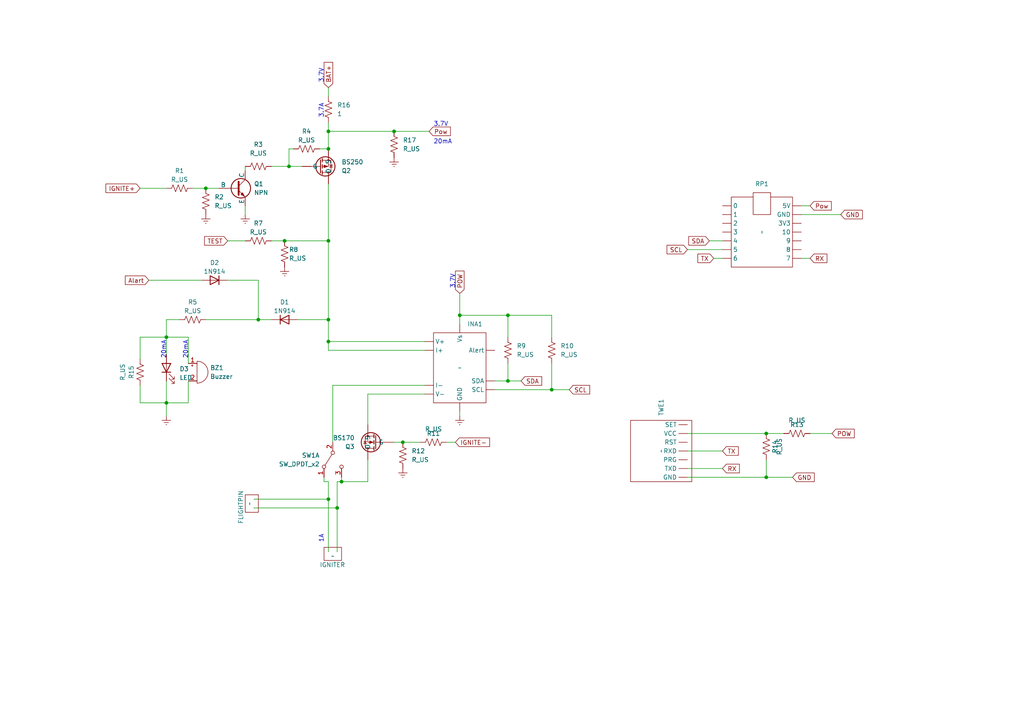
<source format=kicad_sch>
(kicad_sch (version 20230121) (generator eeschema)
  (paper "A4")
  (lib_symbols
    (symbol "Currentmeter-Voltmeter:INA226_module"
      (property "Reference" "INA226" (at 0 0 0))
      (symbol "INA226_module_0_1"
        (rectangle (start -7.62 10.16) (end 7.62 -10.16))
      )
      (symbol "INA226_module_1_1"
        (pin input line (at 10.16 5.08 180) (length 2.54) (name "Alert") (number ""))
        (pin input line (at 0 -12.7 90) (length 2.54) (name "GND") (number ""))
        (pin input line (at -10.16 5.08 0) (length 2.54) (name "I+") (number ""))
        (pin input line (at -10.16 -5.08 0) (length 2.54) (name "I-") (number ""))
        (pin input line (at 10.16 -6.35 180) (length 2.54) (name "SCL") (number ""))
        (pin input line (at 10.16 -3.81 180) (length 2.54) (name "SDA") (number ""))
        (pin input line (at -10.16 7.62 0) (length 2.54) (name "V+") (number ""))
        (pin input line (at -10.16 -7.62 0) (length 2.54) (name "V-") (number ""))
        (pin input line (at 0 12.7 270) (length 2.54) (name "Vs") (number ""))
      )
    )
    (symbol "Device:Buzzer" (pin_names (offset 0.0254) hide)
      (property "Reference" "BZ" (at 3.81 1.27 0))
      (property "Value" "Buzzer" (at 3.81 -1.27 0))
      (symbol "Buzzer_0_1"
        (arc (start 0 -3.175) (mid 3.1612 0) (end 0 3.175))
        (polyline (pts (xy -1.651 1.905) (xy -1.143 1.905)))
        (polyline (pts (xy -1.397 2.159) (xy -1.397 1.651)))
        (polyline (pts (xy 0 3.175) (xy 0 -3.175)))
      )
      (symbol "Buzzer_1_1"
        (pin passive line (at -2.54 2.54 0) (length 2.54) (name "-") (number "1"))
        (pin passive line (at -2.54 -2.54 0) (length 2.54) (name "+") (number "2"))
      )
    )
    (symbol "Device:LED" (pin_numbers hide) (pin_names (offset 1.016) hide)
      (property "Reference" "D" (at 0 2.54 0))
      (property "Value" "LED" (at 0 -2.54 0))
      (symbol "LED_0_1"
        (polyline (pts (xy -1.27 -1.27) (xy -1.27 1.27)) (stroke (width 0.254)))
        (polyline (pts (xy -1.27 0) (xy 1.27 0)))
        (polyline (pts (xy 1.27 -1.27) (xy 1.27 1.27) (xy -1.27 0) (xy 1.27 -1.27)) (stroke (width 0.254)))
        (polyline (pts (xy -3.048 -0.762) (xy -4.572 -2.286) (xy -3.81 -2.286) (xy -4.572 -2.286) (xy -4.572 -1.524)))
        (polyline (pts (xy -1.778 -0.762) (xy -3.302 -2.286) (xy -2.54 -2.286) (xy -3.302 -2.286) (xy -3.302 -1.524)))
      )
      (symbol "LED_1_1"
        (pin passive line (at -3.81 0 0) (length 2.54) (name "K") (number "1"))
        (pin passive line (at 3.81 0 180) (length 2.54) (name "A") (number "2"))
      )
    )
    (symbol "Device:R_US" (pin_numbers hide) (pin_names (offset 0))
      (property "Reference" "R" (at 2.54 0 90))
      (property "Value" "R_US" (at -2.54 0 90))
      (symbol "R_US_0_1"
        (polyline (pts (xy 0 -2.286) (xy 0 -2.54)))
        (polyline (pts (xy 0 2.286) (xy 0 2.54)))
        (polyline (pts (xy 0 -0.762) (xy 1.016 -1.143) (xy 0 -1.524) (xy -1.016 -1.905) (xy 0 -2.286)))
        (polyline (pts (xy 0 0.762) (xy 1.016 0.381) (xy 0 0) (xy -1.016 -0.381) (xy 0 -0.762)))
        (polyline (pts (xy 0 2.286) (xy 1.016 1.905) (xy 0 1.524) (xy -1.016 1.143) (xy 0 0.762)))
      )
      (symbol "R_US_1_1"
        (pin passive line (at 0 3.81 270) (length 1.27) (name "~") (number "1"))
        (pin passive line (at 0 -3.81 90) (length 1.27) (name "~") (number "2"))
      )
    )
    (symbol "Diode:1N914" (pin_numbers hide) (pin_names hide)
      (property "Reference" "D" (at 0 2.54 0))
      (property "Value" "1N914" (at 0 -2.54 0))
      (symbol "1N914_0_1"
        (polyline (pts (xy -1.27 1.27) (xy -1.27 -1.27)) (stroke (width 0.254)))
        (polyline (pts (xy 1.27 0) (xy -1.27 0)))
        (polyline (pts (xy 1.27 1.27) (xy 1.27 -1.27) (xy -1.27 0) (xy 1.27 1.27)) (stroke (width 0.254)))
      )
      (symbol "1N914_1_1"
        (pin passive line (at -3.81 0 0) (length 2.54) (name "K") (number "1"))
        (pin passive line (at 3.81 0 180) (length 2.54) (name "A") (number "2"))
      )
    )
    (symbol "Simulation_SPICE:NPN" (pin_numbers hide) (pin_names (offset 0))
      (property "Reference" "Q" (at -2.54 7.62 0))
      (property "Value" "NPN" (at -2.54 5.08 0))
      (symbol "NPN_0_1"
        (polyline (pts (xy -2.54 0) (xy 0.635 0)) (stroke (width 0.1524)))
        (polyline (pts (xy 0.635 0.635) (xy 2.54 2.54)))
        (polyline (pts (xy 2.794 -1.27) (xy 2.794 -1.27)) (stroke (width 0.1524)))
        (polyline (pts (xy 2.794 -1.27) (xy 2.794 -1.27)) (stroke (width 0.1524)))
        (polyline (pts (xy 0.635 -0.635) (xy 2.54 -2.54) (xy 2.54 -2.54)))
        (polyline (pts (xy 0.635 1.905) (xy 0.635 -1.905) (xy 0.635 -1.905)) (stroke (width 0.508)))
        (polyline (pts (xy 1.27 -1.778) (xy 1.778 -1.27) (xy 2.286 -2.286) (xy 1.27 -1.778) (xy 1.27 -1.778)) (fill (type outline)))
        (circle (center 1.27 0) (radius 2.8194) (stroke (width 0.254)))
      )
      (symbol "NPN_1_1"
        (pin open_collector line (at 2.54 5.08 270) (length 2.54) (name "C") (number "1"))
        (pin input line (at -5.08 0 0) (length 2.54) (name "B") (number "2"))
        (pin open_emitter line (at 2.54 -5.08 90) (length 2.54) (name "E") (number "3"))
      )
    )
    (symbol "SingleIgniter_1"
      (property "Reference" "Ig" (at 0 0 0))
      (symbol "SingleIgniter_1_0_1"
        (rectangle (start -2.54 2.54) (end 2.54 -1.27))
      )
      (symbol "SingleIgniter_1_1_1"
        (pin input line (at -1.27 1.27 90) (length 0) (name "") (number ""))
        (pin input line (at 1.27 1.27 90) (length 0) (name "") (number ""))
      )
    )
    (symbol "Switch:SW_DPDT_x2" (pin_names (offset 0) hide)
      (property "Reference" "SW" (at 0 4.318 0))
      (property "Value" "SW_DPDT_x2" (at 0 -5.08 0))
      (symbol "SW_DPDT_x2_0_0"
        (circle (center -2.032 0) (radius 0.508))
        (circle (center 2.032 -2.54) (radius 0.508))
      )
      (symbol "SW_DPDT_x2_0_1"
        (polyline (pts (xy -1.524 0.254) (xy 1.651 2.286)))
        (circle (center 2.032 2.54) (radius 0.508))
      )
      (symbol "SW_DPDT_x2_1_1"
        (pin passive line (at 5.08 2.54 180) (length 2.54) (name "A") (number "1"))
        (pin passive line (at -5.08 0 0) (length 2.54) (name "B") (number "2"))
        (pin passive line (at 5.08 -2.54 180) (length 2.54) (name "C") (number "3"))
      )
      (symbol "SW_DPDT_x2_2_1"
        (pin passive line (at 5.08 2.54 180) (length 2.54) (name "A") (number "4"))
        (pin passive line (at -5.08 0 0) (length 2.54) (name "B") (number "5"))
        (pin passive line (at 5.08 -2.54 180) (length 2.54) (name "C") (number "6"))
      )
    )
    (symbol "Transistor_FET:BS170" (pin_numbers hide)
      (property "Reference" "Q" (at 5.08 1.905 0))
      (property "Value" "BS170" (at 5.08 0 0))
      (symbol "BS170_0_1"
        (polyline (pts (xy 0.254 0) (xy -2.54 0)))
        (polyline (pts (xy 0.254 1.905) (xy 0.254 -1.905)) (stroke (width 0.254)))
        (polyline (pts (xy 0.762 -1.27) (xy 0.762 -2.286)) (stroke (width 0.254)))
        (polyline (pts (xy 0.762 0.508) (xy 0.762 -0.508)) (stroke (width 0.254)))
        (polyline (pts (xy 0.762 2.286) (xy 0.762 1.27)) (stroke (width 0.254)))
        (polyline (pts (xy 2.54 2.54) (xy 2.54 1.778)))
        (polyline (pts (xy 2.54 -2.54) (xy 2.54 0) (xy 0.762 0)))
        (polyline (pts (xy 0.762 -1.778) (xy 3.302 -1.778) (xy 3.302 1.778) (xy 0.762 1.778)))
        (polyline (pts (xy 1.016 0) (xy 2.032 0.381) (xy 2.032 -0.381) (xy 1.016 0)) (fill (type outline)))
        (polyline (pts (xy 2.794 0.508) (xy 2.921 0.381) (xy 3.683 0.381) (xy 3.81 0.254)))
        (polyline (pts (xy 3.302 0.381) (xy 2.921 -0.254) (xy 3.683 -0.254) (xy 3.302 0.381)))
        (circle (center 1.651 0) (radius 2.794) (stroke (width 0.254)))
        (circle (center 2.54 -1.778) (radius 0.254) (fill (type outline)))
        (circle (center 2.54 1.778) (radius 0.254) (fill (type outline)))
      )
      (symbol "BS170_1_1"
        (pin passive line (at 2.54 5.08 270) (length 2.54) (name "D") (number "1"))
        (pin input line (at -5.08 0 0) (length 2.54) (name "G") (number "2"))
        (pin passive line (at 2.54 -5.08 90) (length 2.54) (name "S") (number "3"))
      )
    )
    (symbol "Transistor_FET:BS250" (pin_numbers hide)
      (property "Reference" "Q" (at 5.08 1.905 0))
      (property "Value" "BS250" (at 5.08 0 0))
      (symbol "BS250_0_1"
        (polyline (pts (xy 0.254 0) (xy -2.54 0)))
        (polyline (pts (xy 0.254 1.905) (xy 0.254 -1.905)) (stroke (width 0.254)))
        (polyline (pts (xy 0.762 -1.27) (xy 0.762 -2.286)) (stroke (width 0.254)))
        (polyline (pts (xy 0.762 0.508) (xy 0.762 -0.508)) (stroke (width 0.254)))
        (polyline (pts (xy 0.762 2.286) (xy 0.762 1.27)) (stroke (width 0.254)))
        (polyline (pts (xy 2.54 2.54) (xy 2.54 1.778)))
        (polyline (pts (xy 2.54 -2.54) (xy 2.54 0) (xy 0.762 0)))
        (polyline (pts (xy 0.762 1.778) (xy 3.302 1.778) (xy 3.302 -1.778) (xy 0.762 -1.778)))
        (polyline (pts (xy 2.286 0) (xy 1.27 0.381) (xy 1.27 -0.381) (xy 2.286 0)) (fill (type outline)))
        (polyline (pts (xy 2.794 -0.508) (xy 2.921 -0.381) (xy 3.683 -0.381) (xy 3.81 -0.254)))
        (polyline (pts (xy 3.302 -0.381) (xy 2.921 0.254) (xy 3.683 0.254) (xy 3.302 -0.381)))
        (circle (center 1.651 0) (radius 2.794) (stroke (width 0.254)))
        (circle (center 2.54 -1.778) (radius 0.254) (fill (type outline)))
        (circle (center 2.54 1.778) (radius 0.254) (fill (type outline)))
      )
      (symbol "BS250_1_1"
        (pin passive line (at 2.54 5.08 270) (length 2.54) (name "D") (number "1"))
        (pin input line (at -5.08 0 0) (length 2.54) (name "G") (number "2"))
        (pin passive line (at 2.54 -5.08 90) (length 2.54) (name "S") (number "3"))
      )
    )
    (symbol "miconboard:Seeed_Xiao_RP2040"
      (property "Reference" "RP2040" (at 0 0 0))
      (symbol "Seeed_Xiao_RP2040_1_1"
        (polyline (pts (xy -10.16 8.89) (xy 10.16 8.89) (xy 10.16 2.54) (xy 11.43 2.54) (xy 5.08 2.54) (xy 5.08 -2.54) (xy 11.43 -2.54) (xy 11.43 2.54) (xy 11.43 -2.54) (xy 10.16 -2.54) (xy 10.16 -8.89) (xy -10.16 -8.89) (xy -10.16 7.62) (xy -10.16 8.89)))
        (pin input line (at 7.62 11.43 270) (length 2.54) (name "0") (number ""))
        (pin input line (at 5.08 11.43 270) (length 2.54) (name "1") (number ""))
        (pin input line (at 0 -11.43 90) (length 2.54) (name "10") (number ""))
        (pin input line (at 2.54 11.43 270) (length 2.54) (name "2") (number ""))
        (pin input line (at 0 11.43 270) (length 2.54) (name "3") (number ""))
        (pin input line (at 2.54 -11.43 90) (length 2.54) (name "3V3") (number ""))
        (pin input line (at -2.54 11.43 270) (length 2.54) (name "4") (number ""))
        (pin input line (at -5.08 11.43 270) (length 2.54) (name "5") (number ""))
        (pin input line (at 7.62 -11.43 90) (length 2.54) (name "5V") (number ""))
        (pin input line (at -7.62 11.43 270) (length 2.54) (name "6") (number ""))
        (pin input line (at -7.62 -11.43 90) (length 2.54) (name "7") (number ""))
        (pin input line (at -5.08 -11.43 90) (length 2.54) (name "8") (number ""))
        (pin input line (at -2.54 -11.43 90) (length 2.54) (name "9") (number ""))
        (pin input line (at 5.08 -11.43 90) (length 2.54) (name "GND") (number ""))
      )
    )
    (symbol "miconboard:TWELITE_UART"
      (property "Reference" "TWE" (at 0 0 0))
      (symbol "TWELITE_UART_0_1"
        (rectangle (start -8.89 8.89) (end 8.89 -8.89))
      )
      (symbol "TWELITE_UART_1_1"
        (pin input line (at -7.62 -7.62 90) (length 2.54) (name "GND") (number ""))
        (pin input line (at -2.54 -7.62 90) (length 2.54) (name "PRG") (number ""))
        (pin input line (at 2.54 -7.62 90) (length 2.54) (name "RST") (number ""))
        (pin input line (at 0 -7.62 90) (length 2.54) (name "RXD") (number ""))
        (pin input line (at 7.62 -7.62 90) (length 2.54) (name "SET") (number ""))
        (pin input line (at -5.08 -7.62 90) (length 2.54) (name "TXD") (number ""))
        (pin input line (at 5.08 -7.62 90) (length 2.54) (name "VCC") (number ""))
      )
    )
    (symbol "power:Earth" (power) (pin_names (offset 0))
      (symbol "Earth_0_1"
        (polyline (pts (xy -0.635 -1.905) (xy 0.635 -1.905)))
        (polyline (pts (xy -0.127 -2.54) (xy 0.127 -2.54)))
        (polyline (pts (xy 0 -1.27) (xy 0 0)))
        (polyline (pts (xy 1.27 -1.27) (xy -1.27 -1.27)))
      )
      (symbol "Earth_1_1"
        (pin power_in line (at 0 0 270) (length 0) hide (name "Earth") (number "1"))
      )
    )
  )
  (junction (at 147.32 91.44))
  (junction (at 99.06 139.7))
  (junction (at 160.02 113.03))
  (junction (at 48.26 116.84))
  (junction (at 95.25 38.1))
  (junction (at 95.25 69.85))
  (junction (at 97.79 147.32))
  (junction (at 114.3 38.1))
  (junction (at 95.25 99.06))
  (junction (at 95.25 144.78))
  (junction (at 82.55 69.85))
  (junction (at 48.26 97.79))
  (junction (at 95.25 92.71))
  (junction (at 74.93 92.71))
  (junction (at 133.35 91.44))
  (junction (at 116.84 128.27))
  (junction (at 59.69 54.61))
  (junction (at 95.25 43.18))
  (junction (at 222.25 138.43))
  (junction (at 83.82 48.26))
  (junction (at 222.25 125.73))
  (junction (at 147.32 110.49))
  (wire (pts (xy 199.39 125.73) (xy 222.25 125.73)))
  (wire (pts (xy 121.92 128.27) (xy 116.84 128.27)))
  (wire (pts (xy 222.25 125.73) (xy 227.33 125.73)))
  (wire (pts (xy 78.74 69.85) (xy 82.55 69.85)))
  (wire (pts (xy 40.64 97.79) (xy 48.26 97.79)))
  (wire (pts (xy 71.12 59.69) (xy 71.12 62.23)))
  (wire (pts (xy 147.32 110.49) (xy 151.13 110.49)))
  (wire (pts (xy 93.98 139.7) (xy 93.98 138.43)))
  (wire (pts (xy 222.25 133.35) (xy 222.25 138.43)))
  (wire (pts (xy 123.19 111.76) (xy 96.52 111.76)))
  (wire (pts (xy 95.25 144.78) (xy 95.25 160.02)))
  (wire (pts (xy 207.01 74.93) (xy 209.55 74.93)))
  (wire (pts (xy 73.66 144.78) (xy 95.25 144.78)))
  (wire (pts (xy 40.64 116.84) (xy 48.26 116.84)))
  (wire (pts (xy 59.69 92.71) (xy 74.93 92.71)))
  (wire (pts (xy 95.25 53.34) (xy 95.25 69.85)))
  (wire (pts (xy 40.64 104.14) (xy 40.64 97.79)))
  (wire (pts (xy 95.25 35.56) (xy 95.25 38.1)))
  (wire (pts (xy 160.02 105.41) (xy 160.02 113.03)))
  (wire (pts (xy 199.39 138.43) (xy 222.25 138.43)))
  (wire (pts (xy 97.79 147.32) (xy 97.79 160.02)))
  (wire (pts (xy 147.32 91.44) (xy 160.02 91.44)))
  (wire (pts (xy 59.69 54.61) (xy 63.5 54.61)))
  (wire (pts (xy 95.25 69.85) (xy 95.25 92.71)))
  (wire (pts (xy 234.95 59.69) (xy 232.41 59.69)))
  (wire (pts (xy 97.79 147.32) (xy 97.79 139.7)))
  (wire (pts (xy 48.26 116.84) (xy 48.26 120.65)))
  (wire (pts (xy 95.25 99.06) (xy 123.19 99.06)))
  (wire (pts (xy 106.68 139.7) (xy 99.06 139.7)))
  (wire (pts (xy 143.51 113.03) (xy 160.02 113.03)))
  (wire (pts (xy 95.25 139.7) (xy 93.98 139.7)))
  (wire (pts (xy 133.35 91.44) (xy 147.32 91.44)))
  (wire (pts (xy 160.02 113.03) (xy 165.1 113.03)))
  (wire (pts (xy 114.3 38.1) (xy 124.46 38.1)))
  (wire (pts (xy 54.61 110.49) (xy 54.61 116.84)))
  (wire (pts (xy 160.02 97.79) (xy 160.02 91.44)))
  (wire (pts (xy 205.74 69.85) (xy 209.55 69.85)))
  (wire (pts (xy 40.64 54.61) (xy 48.26 54.61)))
  (wire (pts (xy 48.26 92.71) (xy 52.07 92.71)))
  (wire (pts (xy 40.64 111.76) (xy 40.64 116.84)))
  (wire (pts (xy 129.54 128.27) (xy 132.08 128.27)))
  (wire (pts (xy 95.25 139.7) (xy 95.25 144.78)))
  (wire (pts (xy 48.26 92.71) (xy 48.26 97.79)))
  (wire (pts (xy 48.26 110.49) (xy 48.26 116.84)))
  (wire (pts (xy 199.39 130.81) (xy 209.55 130.81)))
  (wire (pts (xy 74.93 92.71) (xy 78.74 92.71)))
  (wire (pts (xy 222.25 138.43) (xy 229.87 138.43)))
  (wire (pts (xy 123.19 101.6) (xy 95.25 101.6)))
  (wire (pts (xy 92.71 43.18) (xy 95.25 43.18)))
  (wire (pts (xy 55.88 54.61) (xy 59.69 54.61)))
  (wire (pts (xy 54.61 97.79) (xy 54.61 105.41)))
  (wire (pts (xy 232.41 74.93) (xy 234.95 74.93)))
  (wire (pts (xy 48.26 97.79) (xy 48.26 102.87)))
  (wire (pts (xy 234.95 125.73) (xy 241.3 125.73)))
  (wire (pts (xy 133.35 85.09) (xy 133.35 91.44)))
  (wire (pts (xy 133.35 91.44) (xy 133.35 93.98)))
  (wire (pts (xy 106.68 114.3) (xy 123.19 114.3)))
  (wire (pts (xy 99.06 139.7) (xy 99.06 138.43)))
  (wire (pts (xy 106.68 133.35) (xy 106.68 139.7)))
  (wire (pts (xy 147.32 97.79) (xy 147.32 91.44)))
  (wire (pts (xy 86.36 92.71) (xy 95.25 92.71)))
  (wire (pts (xy 48.26 97.79) (xy 54.61 97.79)))
  (wire (pts (xy 96.52 111.76) (xy 96.52 128.27)))
  (wire (pts (xy 73.66 147.32) (xy 97.79 147.32)))
  (wire (pts (xy 95.25 101.6) (xy 95.25 99.06)))
  (wire (pts (xy 78.74 48.26) (xy 83.82 48.26)))
  (wire (pts (xy 99.06 139.7) (xy 97.79 139.7)))
  (wire (pts (xy 95.25 38.1) (xy 95.25 43.18)))
  (wire (pts (xy 232.41 62.23) (xy 243.84 62.23)))
  (wire (pts (xy 95.25 38.1) (xy 114.3 38.1)))
  (wire (pts (xy 116.84 128.27) (xy 114.3 128.27)))
  (wire (pts (xy 83.82 43.18) (xy 83.82 48.26)))
  (wire (pts (xy 74.93 81.28) (xy 74.93 92.71)))
  (wire (pts (xy 133.35 119.38) (xy 133.35 120.65)))
  (wire (pts (xy 66.04 81.28) (xy 74.93 81.28)))
  (wire (pts (xy 199.39 135.89) (xy 209.55 135.89)))
  (wire (pts (xy 82.55 69.85) (xy 95.25 69.85)))
  (wire (pts (xy 43.18 81.28) (xy 58.42 81.28)))
  (wire (pts (xy 95.25 25.4) (xy 95.25 27.94)))
  (wire (pts (xy 143.51 110.49) (xy 147.32 110.49)))
  (wire (pts (xy 66.04 69.85) (xy 71.12 69.85)))
  (wire (pts (xy 83.82 48.26) (xy 87.63 48.26)))
  (wire (pts (xy 147.32 105.41) (xy 147.32 110.49)))
  (wire (pts (xy 106.68 123.19) (xy 106.68 114.3)))
  (wire (pts (xy 54.61 116.84) (xy 48.26 116.84)))
  (wire (pts (xy 83.82 43.18) (xy 85.09 43.18)))
  (wire (pts (xy 71.12 48.26) (xy 71.12 49.53)))
  (wire (pts (xy 95.25 92.71) (xy 95.25 99.06)))
  (wire (pts (xy 199.39 72.39) (xy 209.55 72.39)))
  (text "3.7A\n" (at 93.98 34.29 90) (effects (font (size 1.27 1.27)) (justify left bottom)))
  (text "1A" (at 93.98 157.48 90) (effects (font (size 1.27 1.27)) (justify left bottom)))
  (text "3.7V" (at 93.98 24.13 90) (effects (font (size 1.27 1.27)) (justify left bottom)))
  (text "3.7V" (at 125.73 36.83 0) (effects (font (size 1.27 1.27)) (justify left bottom)))
  (text "20mA" (at 54.61 104.14 90) (effects (font (size 1.27 1.27)) (justify left bottom)))
  (text "20mA" (at 48.26 104.14 90) (effects (font (size 1.27 1.27)) (justify left bottom)))
  (text "20mA" (at 125.73 41.91 0) (effects (font (size 1.27 1.27)) (justify left bottom)))
  (text "3.7V" (at 132.08 83.82 90) (effects (font (size 1.27 1.27)) (justify left bottom)))
  (global_label "BAT+" (shape input) (at 95.25 25.4 90) (property "Intersheetrefs" "${INTERSHEET_REFS}" (effects hide)))
  (global_label "TX" (shape input) (at 207.01 74.93 180) (property "Intersheetrefs" "${INTERSHEET_REFS}" (effects hide)))
  (global_label "RX" (shape input) (at 234.95 74.93 0) (property "Intersheetrefs" "${INTERSHEET_REFS}" (effects hide)))
  (global_label "POW" (shape input) (at 133.35 85.09 90) (property "Intersheetrefs" "${INTERSHEET_REFS}" (effects hide)))
  (global_label "POW" (shape input) (at 241.3 125.73 0) (property "Intersheetrefs" "${INTERSHEET_REFS}" (effects hide)))
  (global_label "Pow" (shape input) (at 124.46 38.1 0) (property "Intersheetrefs" "${INTERSHEET_REFS}" (effects hide)))
  (global_label "Alart" (shape input) (at 43.18 81.28 180) (property "Intersheetrefs" "${INTERSHEET_REFS}" (effects hide)))
  (global_label "TEST" (shape input) (at 66.04 69.85 180) (property "Intersheetrefs" "${INTERSHEET_REFS}" (effects hide)))
  (global_label "RX" (shape input) (at 209.55 135.89 0) (property "Intersheetrefs" "${INTERSHEET_REFS}" (effects hide)))
  (global_label "SCL" (shape input) (at 199.39 72.39 180) (property "Intersheetrefs" "${INTERSHEET_REFS}" (effects hide)))
  (global_label "GND" (shape input) (at 229.87 138.43 0) (property "Intersheetrefs" "${INTERSHEET_REFS}" (effects hide)))
  (global_label "IGNITE-" (shape input) (at 132.08 128.27 0) (property "Intersheetrefs" "${INTERSHEET_REFS}" (effects hide)))
  (global_label "TX" (shape input) (at 209.55 130.81 0) (property "Intersheetrefs" "${INTERSHEET_REFS}" (effects hide)))
  (global_label "GND" (shape input) (at 243.84 62.23 0) (property "Intersheetrefs" "${INTERSHEET_REFS}" (effects hide)))
  (global_label "Pow" (shape input) (at 234.95 59.69 0) (property "Intersheetrefs" "${INTERSHEET_REFS}" (effects hide)))
  (global_label "IGNITE+" (shape input) (at 40.64 54.61 180) (property "Intersheetrefs" "${INTERSHEET_REFS}" (effects hide)))
  (global_label "SCL" (shape input) (at 165.1 113.03 0) (property "Intersheetrefs" "${INTERSHEET_REFS}" (effects hide)))
  (global_label "SDA" (shape input) (at 151.13 110.49 0) (property "Intersheetrefs" "${INTERSHEET_REFS}" (effects hide)))
  (global_label "SDA" (shape input) (at 205.74 69.85 180) (property "Intersheetrefs" "${INTERSHEET_REFS}" (effects hide)))
  (symbol (lib_id "Device:R_US") (at 40.64 107.95 0) (unit 1)
    (property "Reference" "R15" (at 38.1 107.95 90))
    (property "Value" "R_US" (at 35.56 107.95 90))
  )
  (symbol (lib_id "Device:R_US") (at 74.93 69.85 270) (unit 1)
    (property "Reference" "R7" (at 74.93 64.77 90))
    (property "Value" "R_US" (at 74.93 67.31 90))
  )
  (symbol (lib_id "Switch:SW_DPDT_x2") (at 96.52 133.35 90) (mirror x) (unit 1)
    (property "Reference" "SW1" (at 92.71 132.08 90) (effects (justify left)))
    (property "Value" "SW_DPDT_x2" (at 92.71 134.62 90) (effects (justify left)))
  )
  (symbol (lib_id "Device:R_US") (at 55.88 92.71 90) (unit 1)
    (property "Reference" "R5" (at 55.88 87.63 90))
    (property "Value" "R_US" (at 55.88 90.17 90))
  )
  (symbol (lib_name "SingleIgniter_1") (lib_id "Modelrocket Igniter:SingleIgniter") (at 96.52 161.29 0) (unit 1)
    (property "Reference" "IGNITER" (at 92.71 163.83 0) (effects (justify left)))
    (property "Value" "~" (at 96.52 161.29 0))
  )
  (symbol (lib_id "Device:R_US") (at 222.25 129.54 180) (unit 1)
    (property "Reference" "R14" (at 224.79 129.54 90))
    (property "Value" "R_US" (at 226.06 129.54 90))
  )
  (symbol (lib_id "Device:R_US") (at 114.3 41.91 180) (unit 1)
    (property "Reference" "R17" (at 116.84 40.64 0) (effects (justify right)))
    (property "Value" "R_US" (at 116.84 43.18 0) (effects (justify right)))
  )
  (symbol (lib_id "Device:R_US") (at 125.73 128.27 270) (unit 1)
    (property "Reference" "R11" (at 125.73 125.73 90))
    (property "Value" "R_US" (at 125.73 124.46 90))
  )
  (symbol (lib_id "Device:R_US") (at 82.55 73.66 0) (unit 1)
    (property "Reference" "R8" (at 83.82 72.39 0) (effects (justify left)))
    (property "Value" "R_US" (at 83.82 74.93 0) (effects (justify left)))
  )
  (symbol (lib_id "Transistor_FET:BS250") (at 92.71 48.26 0) (mirror x) (unit 1)
    (property "Reference" "Q2" (at 99.06 49.53 0) (effects (justify left)))
    (property "Value" "BS250" (at 99.06 46.99 0) (effects (justify left)))
    (property "Footprint" "Package_TO_SOT_THT:TO-92_Inline" (effects hide))
    (property "Datasheet" "http://www.vishay.com/docs/70209/70209.pdf" (effects hide))
  )
  (symbol (lib_id "Device:R_US") (at 52.07 54.61 270) (unit 1)
    (property "Reference" "R1" (at 52.07 49.53 90))
    (property "Value" "R_US" (at 52.07 52.07 90))
  )
  (symbol (lib_id "Diode:1N914") (at 82.55 92.71 0) (unit 1)
    (property "Reference" "D1" (at 82.55 87.63 0))
    (property "Value" "1N914" (at 82.55 90.17 0))
    (property "Footprint" "Diode_THT:D_DO-35_SOD27_P7.62mm_Horizontal" (effects hide))
    (property "Datasheet" "http://www.vishay.com/docs/85622/1n914.pdf" (effects hide))
    (property "Sim.Device" "D" (effects hide))
    (property "Sim.Pins" "1=K 2=A" (effects hide))
  )
  (symbol (lib_id "Device:R_US") (at 74.93 48.26 270) (unit 1)
    (property "Reference" "R3" (at 74.93 41.91 90))
    (property "Value" "R_US" (at 74.93 44.45 90))
  )
  (symbol (lib_id "power:Earth") (at 116.84 135.89 0) (unit 1)
    (property "Reference" "#PWR08" (effects hide))
    (property "Value" "Earth" (effects hide))
  )
  (symbol (lib_id "Device:R_US") (at 231.14 125.73 270) (unit 1)
    (property "Reference" "R13" (at 231.14 123.19 90))
    (property "Value" "R_US" (at 231.14 121.92 90))
  )
  (symbol (lib_id "Diode:1N914") (at 62.23 81.28 0) (mirror y) (unit 1)
    (property "Reference" "D2" (at 62.23 76.2 0))
    (property "Value" "1N914" (at 62.23 78.74 0))
    (property "Footprint" "Diode_THT:D_DO-35_SOD27_P7.62mm_Horizontal" (effects hide))
    (property "Datasheet" "http://www.vishay.com/docs/85622/1n914.pdf" (effects hide))
    (property "Sim.Device" "D" (effects hide))
    (property "Sim.Pins" "1=K 2=A" (effects hide))
  )
  (symbol (lib_id "power:Earth") (at 48.26 120.65 0) (unit 1)
    (property "Reference" "#PWR04" (effects hide))
    (property "Value" "Earth" (effects hide))
  )
  (symbol (lib_id "Device:Buzzer") (at 57.15 107.95 0) (unit 1)
    (property "Reference" "BZ1" (at 60.96 106.68 0) (effects (justify left)))
    (property "Value" "Buzzer" (at 60.96 109.22 0) (effects (justify left)))
  )
  (symbol (lib_id "power:Earth") (at 114.3 45.72 0) (unit 1)
    (property "Reference" "#PWR07" (effects hide))
    (property "Value" "Earth" (effects hide))
  )
  (symbol (lib_id "Device:R_US") (at 59.69 58.42 180) (unit 1)
    (property "Reference" "R2" (at 62.23 57.15 0) (effects (justify right)))
    (property "Value" "R_US" (at 62.23 59.69 0) (effects (justify right)))
  )
  (symbol (lib_id "power:Earth") (at 59.69 62.23 0) (unit 1)
    (property "Reference" "#PWR01" (effects hide))
    (property "Value" "Earth" (effects hide))
  )
  (symbol (lib_id "miconboard:TWELITE_UART") (at 191.77 130.81 90) (unit 1)
    (property "Reference" "TWE1" (at 191.77 120.65 0) (effects (justify left)))
    (property "Value" "~" (at 191.77 130.81 0))
  )
  (symbol (lib_id "power:Earth") (at 133.35 120.65 0) (unit 1)
    (property "Reference" "#PWR06" (effects hide))
    (property "Value" "Earth" (effects hide))
  )
  (symbol (lib_id "Transistor_FET:BS170") (at 109.22 128.27 180) (unit 1)
    (property "Reference" "Q3" (at 102.87 129.54 0) (effects (justify left)))
    (property "Value" "BS170" (at 102.87 127 0) (effects (justify left)))
    (property "Footprint" "Package_TO_SOT_THT:TO-92_Inline" (effects hide))
    (property "Datasheet" "https://www.onsemi.com/pub/Collateral/BS170-D.PDF" (effects hide))
  )
  (symbol (lib_id "Device:LED") (at 48.26 106.68 90) (unit 1)
    (property "Reference" "D3" (at 52.07 106.9975 90) (effects (justify right)))
    (property "Value" "LED" (at 52.07 109.5375 90) (effects (justify right)))
  )
  (symbol (lib_id "miconboard:Seeed_Xiao_RP2040") (at 220.98 67.31 90) (unit 1)
    (property "Reference" "RP1" (at 220.98 53.34 90))
    (property "Value" "~" (at 220.98 67.31 0))
  )
  (symbol (lib_id "Device:R_US") (at 147.32 101.6 0) (unit 1)
    (property "Reference" "R9" (at 149.86 100.33 0) (effects (justify left)))
    (property "Value" "R_US" (at 149.86 102.87 0) (effects (justify left)))
  )
  (symbol (lib_id "Currentmeter-Voltmeter:INA226_module") (at 133.35 106.68 0) (unit 1)
    (property "Reference" "INA1" (at 135.5441 93.98 0) (effects (justify left)))
    (property "Value" "~" (at 133.35 106.68 0))
  )
  (symbol (lib_id "Device:R_US") (at 160.02 101.6 0) (unit 1)
    (property "Reference" "R10" (at 162.56 100.33 0) (effects (justify left)))
    (property "Value" "R_US" (at 162.56 102.87 0) (effects (justify left)))
  )
  (symbol (lib_id "Device:R_US") (at 116.84 132.08 180) (unit 1)
    (property "Reference" "R12" (at 119.38 130.81 0) (effects (justify right)))
    (property "Value" "R_US" (at 119.38 133.35 0) (effects (justify right)))
  )
  (symbol (lib_name "SingleIgniter_1") (lib_id "Modelrocket Igniter:SingleIgniter") (at 72.39 146.05 270) (unit 1)
    (property "Reference" "FLIGHTPIN" (at 69.85 142.24 0) (effects (justify left)))
    (property "Value" "~" (at 72.39 146.05 0))
  )
  (symbol (lib_id "power:Earth") (at 71.12 62.23 0) (unit 1)
    (property "Reference" "#PWR02" (effects hide))
    (property "Value" "Earth" (effects hide))
  )
  (symbol (lib_id "power:Earth") (at 82.55 77.47 0) (unit 1)
    (property "Reference" "#PWR05" (effects hide))
    (property "Value" "Earth" (effects hide))
  )
  (symbol (lib_id "Simulation_SPICE:NPN") (at 68.58 54.61 0) (unit 1)
    (property "Reference" "Q1" (at 73.66 53.34 0) (effects (justify left)))
    (property "Value" "NPN" (at 73.66 55.88 0) (effects (justify left)))
    (property "Sim.Device" "NPN" (effects hide))
    (property "Sim.Type" "GUMMELPOON" (effects hide))
    (property "Sim.Pins" "1=C 2=B 3=E" (effects hide))
  )
  (symbol (lib_id "Device:R_US") (at 88.9 43.18 270) (unit 1)
    (property "Reference" "R4" (at 88.9 38.1 90))
    (property "Value" "R_US" (at 88.9 40.64 90))
  )
  (symbol (lib_id "Device:R_US") (at 95.25 31.75 180) (unit 1)
    (property "Reference" "R16" (at 97.79 30.48 0) (effects (justify right)))
    (property "Value" "1" (at 97.79 33.02 0) (effects (justify right)))
  )
)
</source>
